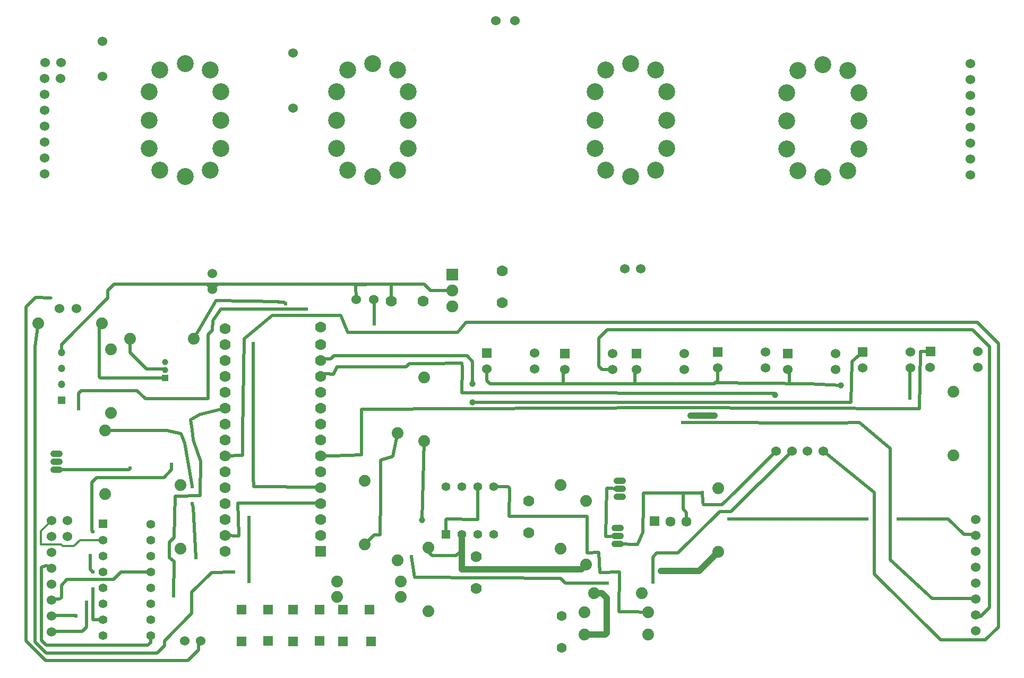
<source format=gtl>
G04 ---------------------------- Layer name :TOP LAYER*
G04 EasyEDA v5.8.22, Tue, 15 Jan 2019 07:50:08 GMT*
G04 124a35e5ee4140e2850748e1f34f2f7a*
G04 Gerber Generator version 0.2*
G04 Scale: 100 percent, Rotated: No, Reflected: No *
G04 Dimensions in millimeters *
G04 leading zeros omitted , absolute positions ,3 integer and 3 decimal *
%FSLAX33Y33*%
%MOMM*%
G90*
G71D02*

%ADD11C,0.499999*%
%ADD12C,0.509999*%
%ADD13C,0.999998*%
%ADD14C,0.299974*%
%ADD15C,0.619760*%
%ADD16R,1.778000X1.778000*%
%ADD17C,1.778000*%
%ADD18R,1.397000X1.397000*%
%ADD19C,1.397000*%
%ADD20C,1.879600*%
%ADD21R,1.612900X1.612900*%
%ADD22C,1.612900*%
%ADD23C,1.599999*%
%ADD24R,1.524000X1.524000*%
%ADD25C,1.524000*%
%ADD26R,1.198880X1.198880*%
%ADD27C,1.198880*%
%ADD28R,0.990600X0.990600*%
%ADD29C,0.990600*%
%ADD30R,1.905000X1.905000*%
%ADD31C,1.905000*%
%ADD32C,2.700020*%
%ADD33C,1.000001*%

%LPD*%
G54D11*
G01X62522Y59799D02*
G01X62522Y62522D01*
G01X62529Y62529D01*
G01X56940Y60059D02*
G01X56810Y62399D01*
G01X60319Y62534D01*
G01X109024Y29199D02*
G01X109024Y26606D01*
G01X109595Y26035D01*
G01X109595Y24668D01*
G01X109547Y24620D01*
G01X63500Y38722D02*
G01X62740Y34965D01*
G01X60820Y34368D01*
G01X60780Y28499D01*
G01X60780Y28499D02*
G01X60740Y22499D01*
G01X59819Y22499D01*
G01X58239Y20919D01*
G01X14919Y13848D02*
G01X14919Y8948D01*
G01X16495Y8948D01*
G01X16497Y8950D01*
G01X68425Y20396D02*
G01X68425Y19743D01*
G01X69019Y19149D01*
G01X72814Y19149D01*
G01X73713Y20048D01*
G01X75443Y46631D02*
G01X75443Y50175D01*
G01X74569Y51048D01*
G01X53320Y51048D01*
G01X52820Y50548D01*
G01X51455Y50548D01*
G01X51219Y50312D01*
G54D12*
G01X98930Y29870D02*
G01X96857Y29890D01*
G01X96720Y22230D01*
G01X98592Y22258D01*
G54D11*
G01X102700Y29199D02*
G01X102740Y27499D01*
G01X102610Y22860D01*
G01X101790Y20929D01*
G01X98592Y20988D01*
G54D13*
G01X73713Y22589D02*
G01X73713Y17001D01*
G01X92763Y17001D01*
G01X93525Y17763D01*
G54D11*
G01X78793Y30208D02*
G01X81079Y30208D01*
G01X81333Y29954D01*
G01X81272Y25435D01*
G01X93720Y25400D01*
G01X93720Y19626D01*
G01X95625Y19685D01*
G01X95740Y16499D01*
G01X98899Y16522D01*
G01X98800Y10160D01*
G01X100705Y10160D01*
G01X103451Y10142D01*
G01X103431Y10142D01*
G54D13*
G01X93271Y6587D02*
G01X94683Y6587D01*
G01X96573Y6587D01*
G01X96827Y6841D01*
G01X96827Y12429D01*
G01X96065Y13191D01*
G01X94795Y13191D01*
G54D11*
G01X67363Y24874D02*
G01X67740Y37419D01*
G54D13*
G01X105463Y16747D02*
G01X111559Y16747D01*
G01X114607Y19795D01*
G54D11*
G01X112135Y29199D02*
G01X109024Y29199D01*
G01X102740Y29165D01*
G01X114558Y49171D02*
G01X114558Y47139D01*
G01X114177Y46758D01*
G01X114177Y46758D02*
G01X114050Y46631D01*
G01X107525Y46631D01*
G01X101350Y46631D01*
G01X101350Y48663D01*
G01X101604Y48917D01*
G01X101350Y46631D02*
G01X89920Y46631D01*
G01X89920Y48663D01*
G01X90174Y48917D01*
G01X89920Y46631D02*
G01X78236Y46631D01*
G01X77728Y47139D01*
G01X77728Y48663D01*
G01X77740Y49008D01*
G01X51099Y48262D02*
G01X53228Y48105D01*
G01X53820Y49298D01*
G01X64874Y49298D01*
G01X65338Y49799D01*
G01X68297Y49798D01*
G01X73740Y49919D01*
G01X73820Y49199D01*
G01X73740Y45119D01*
G01X123700Y45114D01*
G01X123700Y44818D01*
G01X75476Y43602D02*
G01X135773Y43602D01*
G01X135945Y50177D01*
G01X137672Y51711D01*
G01X114040Y46736D02*
G01X129159Y46638D01*
G01X134232Y46378D01*
G54D13*
G01X110240Y41551D02*
G01X114050Y41551D01*
G54D11*
G01X51219Y35072D02*
G01X53243Y35072D01*
G01X57719Y35229D01*
G01X57741Y42499D01*
G01X106535Y42811D01*
G01X146768Y42638D01*
G01X146898Y51739D01*
G01X148468Y51790D01*
G01X145207Y44329D02*
G01X145207Y49083D01*
G01X145293Y49169D01*
G01X27759Y12715D02*
G01X27858Y18254D01*
G01X27071Y18798D01*
G01X27071Y21297D01*
G01X27820Y22016D01*
G01X28046Y28615D01*
G01X32049Y28699D01*
G01X32120Y34249D01*
G01X30883Y37602D01*
G01X30698Y39227D01*
G01X30513Y40840D01*
G01X31920Y41648D01*
G01X35979Y42692D01*
G01X24117Y6416D02*
G01X24117Y5303D01*
G01X23652Y4838D01*
G01X7480Y4838D01*
G01X6703Y5615D01*
G01X6703Y17269D01*
G01X7465Y17553D01*
G01X8313Y17180D01*
G01X24117Y16575D02*
G01X19400Y16575D01*
G01X18192Y15367D01*
G01X10782Y15367D01*
G01X9872Y14457D01*
G01X9872Y12507D01*
G01X9612Y12247D01*
G01X8460Y12247D01*
G01X8313Y12100D01*
G01X8313Y9560D02*
G01X12169Y9560D01*
G01X12212Y9517D01*
G01X8313Y7020D02*
G01X13225Y7020D01*
G01X13902Y7697D01*
G01X13902Y11726D01*
G01X13901Y11726D01*
G01X97795Y48915D02*
G01X96073Y48915D01*
G01X95619Y49368D01*
G01X95619Y53918D01*
G01X96919Y55218D01*
G01X155159Y55218D01*
G01X157889Y52488D01*
G01X157889Y10888D01*
G01X156459Y9458D01*
G01X155872Y9458D01*
G01X155679Y9652D01*
G01X109067Y40429D02*
G01X108971Y40454D01*
G01X133403Y40363D01*
G01X137147Y40429D01*
G01X142087Y36269D01*
G01X142087Y18460D01*
G01X148790Y12319D01*
G01X155552Y12319D01*
G01X155679Y12192D01*
G01X112135Y29210D02*
G01X112189Y27688D01*
G01X112260Y27269D01*
G01X115277Y27269D01*
G01X117495Y29486D01*
G01X123888Y35880D01*
G01X104200Y15049D02*
G01X104200Y18948D01*
G01X104848Y19598D01*
G01X108229Y19598D01*
G01X114858Y26228D01*
G01X116707Y26228D01*
G01X121229Y30751D01*
G01X121229Y30721D01*
G01X126387Y35880D01*
G01X131388Y35879D02*
G01X131388Y35879D01*
G01X131388Y35879D01*
G01X139560Y29220D01*
G01X139560Y16217D01*
G01X150088Y5689D01*
G01X157238Y5689D01*
G01X159318Y7772D01*
G01X159318Y53009D01*
G01X155940Y56388D01*
G01X74449Y56388D01*
G01X73070Y54787D01*
G01X55570Y54787D01*
G01X54442Y57556D01*
G01X43535Y57556D01*
G01X39070Y53789D01*
G01X38808Y38836D01*
G01X38808Y35199D01*
G01X35979Y35072D01*
G01X16878Y39171D02*
G01X26647Y39171D01*
G01X28940Y38640D01*
G01X29580Y37119D01*
G01X30721Y30259D01*
G01X30721Y30149D01*
G01X40500Y53009D02*
G01X40500Y31688D01*
G01X40560Y30159D01*
G01X51082Y30128D01*
G01X51219Y29992D01*
G01X31028Y53789D02*
G01X34538Y59921D01*
G01X44566Y59725D01*
G01X44452Y59669D01*
G01X45369Y59669D01*
G01X45631Y59408D01*
G01X20870Y53781D02*
G01X20863Y51585D01*
G01X23470Y48978D01*
G01X26301Y48978D01*
G01X26461Y48818D01*
G01X9103Y32915D02*
G01X20665Y32915D01*
G01X20868Y33119D01*
G01X26454Y47553D02*
G01X16055Y47553D01*
G01X15930Y47678D01*
G01X15930Y55871D01*
G01X16324Y56266D01*
G01X6164Y56266D02*
G01X5659Y52489D01*
G01X5659Y5389D01*
G01X7439Y3609D01*
G01X25161Y3609D01*
G01X26329Y4780D01*
G01X26319Y5549D01*
G01X30620Y9919D01*
G01X30620Y13359D01*
G01X33900Y16480D01*
G01X37340Y16560D01*
G01X96918Y14787D02*
G01X90291Y14787D01*
G01X89509Y15567D01*
G01X66220Y15679D01*
G01X65740Y18999D01*
G01X65740Y18999D01*
G01X35979Y22372D02*
G01X38159Y22328D01*
G01X38159Y22458D01*
G01X38029Y27529D01*
G01X51142Y27529D01*
G01X51219Y27452D01*
G01X8060Y60319D02*
G01X8060Y60319D01*
G01X8190Y60319D01*
G01X7930Y60319D01*
G01X8190Y60319D01*
G01X5791Y60418D01*
G01X4229Y58859D01*
G01X4229Y5549D01*
G01X7340Y2438D01*
G01X30099Y2438D01*
G01X31790Y4130D01*
G01X31790Y5171D01*
G01X32113Y5544D01*
G01X31319Y18838D02*
G01X30876Y26883D01*
G01X30720Y27449D01*
G01X39819Y25298D02*
G01X39820Y15048D01*
G01X116319Y25049D02*
G01X138320Y25049D01*
G01X143319Y25049D02*
G01X151319Y25049D01*
G01X153819Y22548D01*
G01X155482Y22548D01*
G01X155679Y22352D01*
G01X59800Y56159D02*
G01X59800Y59948D01*
G01X59688Y60059D01*
G01X71173Y22590D02*
G01X71173Y24902D01*
G01X71320Y25049D01*
G01X76309Y24959D01*
G01X76319Y28432D01*
G01X76319Y30162D01*
G01X76273Y30208D01*
G01X126017Y46664D02*
G01X126017Y48633D01*
G01X125735Y48915D01*
G01X27419Y33748D02*
G01X27419Y32848D01*
G01X26219Y31648D01*
G01X15519Y31648D01*
G01X14720Y30849D01*
G01X14720Y23148D01*
G01X14919Y22948D01*
G01X14521Y19149D02*
G01X14521Y16946D01*
G01X14919Y16548D01*
G54D14*
G01X16497Y21650D02*
G01X12832Y21650D01*
G01X11899Y20718D01*
G01X10091Y20718D01*
G01X9850Y20960D01*
G01X6621Y20960D01*
G01X6621Y23101D01*
G01X8313Y24792D01*
G54D11*
G01X12611Y42638D02*
G01X12611Y45110D01*
G01X13002Y45499D01*
G01X21971Y45499D01*
G01X23271Y44198D01*
G01X33281Y44198D01*
G01X33281Y54470D01*
G01X33931Y55120D01*
G01X33931Y55250D01*
G01X34061Y56677D01*
G01X35323Y58574D01*
G01X9875Y51587D02*
G01X9875Y52905D01*
G01X17289Y60319D01*
G01X17289Y61490D01*
G01X18331Y62529D01*
G01X29601Y62529D01*
G01X33930Y62529D01*
G01X67731Y62529D01*
G01X68770Y61490D01*
G01X72193Y61490D01*
G01X72202Y61481D01*
G01X33931Y61681D02*
G01X33931Y62529D01*
G01X32631Y62529D02*
G01X33083Y62529D01*
G01X33931Y61681D01*
G01X35100Y62529D02*
G01X34780Y62529D01*
G01X33931Y61681D01*
G01X35323Y58574D02*
G01X48919Y58574D01*
G01X48951Y58542D01*
G54D16*
G01X51216Y19832D03*
G54D17*
G01X51219Y22372D03*
G01X51219Y24912D03*
G01X51219Y27452D03*
G01X51219Y29992D03*
G01X51219Y32532D03*
G01X51219Y35072D03*
G01X51219Y37612D03*
G01X51219Y40152D03*
G01X51219Y42692D03*
G01X51219Y45232D03*
G01X51219Y47772D03*
G01X51219Y50312D03*
G01X51219Y52852D03*
G01X51219Y55646D03*
G01X35979Y19832D03*
G01X35979Y22372D03*
G01X35979Y24912D03*
G01X35979Y27452D03*
G01X35979Y29992D03*
G01X35979Y32532D03*
G01X35979Y35072D03*
G01X35979Y37612D03*
G01X35979Y40152D03*
G01X35979Y42692D03*
G01X35979Y45232D03*
G01X35979Y47772D03*
G01X35979Y50312D03*
G01X35979Y52852D03*
G01X35979Y55392D03*
G54D18*
G01X16502Y24207D03*
G54D19*
G01X16497Y21650D03*
G01X16497Y19110D03*
G01X16497Y16570D03*
G01X16497Y14030D03*
G01X16497Y11490D03*
G01X16497Y8950D03*
G01X16497Y6410D03*
G01X24117Y6410D03*
G01X24117Y8950D03*
G01X24117Y11490D03*
G01X24117Y14030D03*
G01X24117Y16570D03*
G01X24117Y19110D03*
G01X24117Y21650D03*
G01X24117Y24190D03*
G54D18*
G01X71173Y22589D03*
G54D19*
G01X73733Y22588D03*
G01X76273Y22588D03*
G01X78813Y22588D03*
G01X78813Y30208D03*
G01X76273Y30208D03*
G01X73733Y30208D03*
G01X71193Y30208D03*
G54D20*
G01X89481Y30462D03*
G01X89481Y20302D03*
G01X93291Y10142D03*
G01X103451Y10142D03*
G01X58239Y20919D03*
G01X58239Y31079D03*
G01X93291Y6586D03*
G01X103451Y6586D03*
G01X93545Y17762D03*
G01X93545Y27922D03*
G54D21*
G01X104469Y24640D03*
G54D22*
G01X107007Y24620D03*
G01X109547Y24620D03*
G54D20*
G01X102435Y13190D03*
G01X94815Y13190D03*
G54D23*
G01X89662Y9519D03*
G01X89662Y4439D03*
G54D20*
G01X114627Y29954D03*
G01X114627Y19794D03*
G54D17*
G01X76019Y19032D03*
G01X76019Y13952D03*
G01X84401Y22842D03*
G01X84401Y27922D03*
G54D24*
G01X77739Y51551D03*
G54D25*
G01X77739Y49009D03*
G01X85359Y49009D03*
G01X85359Y51549D03*
G54D24*
G01X90174Y51457D03*
G54D25*
G01X90175Y48915D03*
G01X97795Y48915D03*
G01X97795Y51455D03*
G54D24*
G01X101604Y51457D03*
G54D25*
G01X101605Y48915D03*
G01X109225Y48915D03*
G01X109225Y51455D03*
G54D24*
G01X114558Y51711D03*
G54D25*
G01X114559Y49169D03*
G01X122179Y49169D03*
G01X122179Y51709D03*
G54D20*
G01X67741Y37419D03*
G01X67741Y47579D03*
G54D24*
G01X125734Y51457D03*
G54D25*
G01X125735Y48915D03*
G01X133355Y48915D03*
G01X133355Y51455D03*
G54D24*
G01X137672Y51711D03*
G54D25*
G01X137673Y49169D03*
G01X145293Y49169D03*
G01X145293Y51709D03*
G54D24*
G01X148468Y51791D03*
G54D25*
G01X148460Y49237D03*
G01X156080Y49237D03*
G01X156080Y51777D03*
G54D26*
G01X9872Y43968D03*
G54D27*
G01X9875Y46507D03*
G01X9875Y49047D03*
G01X9875Y51587D03*
G54D20*
G01X17744Y52097D03*
G01X17744Y41937D03*
G01X16878Y29011D03*
G01X16878Y39171D03*
G01X20868Y53789D03*
G01X31028Y53789D03*
G01X16324Y56266D03*
G01X6164Y56266D03*
G54D28*
G01X26453Y47554D03*
G54D29*
G01X26461Y48818D03*
G01X26461Y50088D03*
G54D30*
G01X72199Y64017D03*
G54D31*
G01X72202Y61480D03*
G01X72202Y58940D03*
G54D25*
G01X32118Y5544D03*
G01X29578Y5544D03*
G54D20*
G01X28834Y20302D03*
G01X28834Y30462D03*
G01X53825Y15034D03*
G01X63985Y15034D03*
G01X53825Y12542D03*
G01X63985Y12542D03*
G01X68425Y10236D03*
G01X68425Y20396D03*
G01X63502Y18402D03*
G01X63502Y38722D03*
G01X152173Y35173D03*
G01X152173Y45333D03*
G54D25*
G01X33931Y64221D03*
G01X33931Y61681D03*
G54D32*
G01X25608Y96717D03*
G01X29596Y97708D03*
G01X33584Y96717D03*
G01X35336Y93212D03*
G01X35336Y88716D03*
G01X35336Y84220D03*
G01X33584Y80715D03*
G01X29596Y79725D03*
G01X25608Y80715D03*
G01X23856Y84220D03*
G01X23856Y88716D03*
G01X23856Y93212D03*
G01X55509Y96717D03*
G01X59497Y97708D03*
G01X63485Y96717D03*
G01X65237Y93212D03*
G01X65237Y88716D03*
G01X65237Y84220D03*
G01X63485Y80715D03*
G01X59497Y79725D03*
G01X55509Y80715D03*
G01X53757Y84220D03*
G01X53757Y88716D03*
G01X53757Y93212D03*
G01X127338Y96618D03*
G01X131326Y97609D03*
G01X135313Y96618D03*
G01X137066Y93113D03*
G01X137066Y88617D03*
G01X137066Y84121D03*
G01X135313Y80616D03*
G01X131326Y79625D03*
G01X127338Y80616D03*
G01X125585Y84121D03*
G01X125585Y88617D03*
G01X125585Y93113D03*
G01X96718Y96717D03*
G01X100706Y97708D03*
G01X104694Y96717D03*
G01X106446Y93212D03*
G01X106446Y88716D03*
G01X106446Y84220D03*
G01X104694Y80715D03*
G01X100706Y79725D03*
G01X96718Y80715D03*
G01X94966Y84220D03*
G01X94966Y88716D03*
G01X94966Y93212D03*
G54D17*
G01X80210Y59540D03*
G01X80210Y64620D03*
G01X67602Y59799D03*
G01X62522Y59799D03*
G54D25*
G01X8313Y22252D03*
G01X8313Y19712D03*
G01X8313Y17172D03*
G01X8313Y14632D03*
G01X8313Y12092D03*
G01X8313Y9552D03*
G01X8313Y7012D03*
G01X8313Y24792D03*
G01X10853Y24792D03*
G01X10853Y22252D03*
G01X155679Y7112D03*
G01X155679Y9652D03*
G01X155679Y12192D03*
G01X155679Y14732D03*
G01X155679Y17272D03*
G01X155679Y19812D03*
G01X155679Y22352D03*
G01X155679Y24892D03*
G01X123888Y35879D03*
G01X126387Y35879D03*
G01X128889Y35879D03*
G01X131388Y35879D03*
G01X9560Y58597D03*
G01X12291Y58597D03*
G36*
G01X37818Y11330D02*
G01X39342Y11330D01*
G01X39342Y9806D01*
G01X37818Y9806D01*
G01X37818Y11330D01*
G37*
G36*
G01X37818Y6250D02*
G01X39342Y6250D01*
G01X39342Y4726D01*
G01X37818Y4726D01*
G01X37818Y6250D01*
G37*
G01X56941Y60060D03*
G01X59690Y60060D03*
G54D24*
G01X42820Y10548D03*
G01X42820Y5548D03*
G36*
G01X46055Y11311D02*
G01X47579Y11311D01*
G01X47579Y9787D01*
G01X46055Y9787D01*
G01X46055Y11311D01*
G37*
G36*
G01X46055Y6231D02*
G01X47579Y6231D01*
G01X47579Y4707D01*
G01X46055Y4707D01*
G01X46055Y6231D01*
G37*
G01X51057Y10529D03*
G01X51057Y5529D03*
G36*
G01X54054Y11311D02*
G01X55578Y11311D01*
G01X55578Y9787D01*
G01X54054Y9787D01*
G01X54054Y11311D01*
G37*
G36*
G01X54054Y6231D02*
G01X55578Y6231D01*
G01X55578Y4707D01*
G01X54054Y4707D01*
G01X54054Y6231D01*
G37*
G01X59056Y10529D03*
G01X59259Y5440D03*
G54D25*
G01X102311Y64998D03*
G01X99710Y64998D03*
G01X7201Y95335D03*
G01X7201Y92795D03*
G01X7201Y90255D03*
G01X7201Y87715D03*
G01X7201Y85175D03*
G01X7201Y82635D03*
G01X7201Y80095D03*
G01X9741Y95335D03*
G01X154889Y79973D03*
G01X154889Y82513D03*
G01X154889Y85053D03*
G01X154889Y87593D03*
G01X154889Y90133D03*
G01X154889Y92673D03*
G01X154889Y95213D03*
G01X154889Y97753D03*
G01X7247Y97919D03*
G01X9787Y97919D03*
G01X46800Y99448D03*
G01X46800Y90606D03*
G01X16464Y101289D03*
G01X79202Y104591D03*
G01X82250Y104591D03*
G01X16464Y95701D03*
G54D13*
G01X105463Y16746D03*
G01X67363Y24874D03*
G54D15*
G01X112135Y29210D03*
G54D13*
G01X123700Y44818D03*
G01X75443Y46631D03*
G01X75478Y43604D03*
G01X134231Y46380D03*
G01X110241Y41551D03*
G01X114051Y41551D03*
G54D15*
G01X108938Y40429D03*
G01X145207Y44329D03*
G01X27759Y12715D03*
G01X12212Y9517D03*
G01X13901Y11727D03*
G01X96918Y14787D03*
G01X104213Y14947D03*
G01X30721Y27449D03*
G01X30721Y30149D03*
G01X40500Y53009D03*
G01X45629Y59408D03*
G01X20868Y33119D03*
G01X65740Y18999D03*
G01X39819Y25298D03*
G01X37320Y16548D03*
G01X31320Y18839D03*
G01X138320Y25049D03*
G01X143319Y25049D03*
G01X116319Y25049D03*
G01X59801Y56159D03*
G01X27419Y33748D03*
G01X14919Y22948D03*
G01X14521Y19149D03*
G01X14919Y16548D03*
G01X14919Y13848D03*
G01X39819Y15049D03*
G01X60779Y28498D03*
G01X12611Y42638D03*
G01X8061Y60319D03*
G01X48951Y58542D03*
G54D33*
G01X8603Y32915D02*
G01X9603Y32915D01*
G01X8603Y34185D02*
G01X9603Y34185D01*
G01X8603Y35455D02*
G01X9603Y35455D01*
G01X98430Y28600D02*
G01X99430Y28600D01*
G01X98430Y29870D02*
G01X99430Y29870D01*
G01X98430Y31140D02*
G01X99430Y31140D01*
G01X98092Y20988D02*
G01X99092Y20988D01*
G01X98092Y22258D02*
G01X99092Y22258D01*
G01X98092Y23528D02*
G01X99092Y23528D01*
M00*
M02*

</source>
